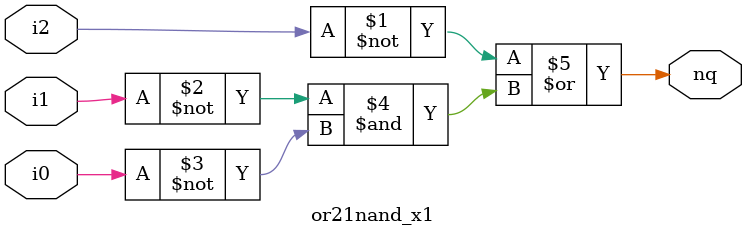
<source format=v>
/*                                                                      */
/*  Avertec Release v3.4p5 (64 bits on Linux 6.15.8-1-default)          */
/*  Generation date Fri Aug 15 11:22:42 2025                            */
/*                                                                      */
/*  Verilog data flow description generated from `or21nand_x1`          */
/*                                                                      */


`timescale 1 ps/1 ps

module or21nand_x1 (nq, i0, i1, i2);

  output nq;
  input  i0;
  input  i1;
  input  i2;


  assign nq = (~(i2) | (~(i1) & ~(i0)));

endmodule

</source>
